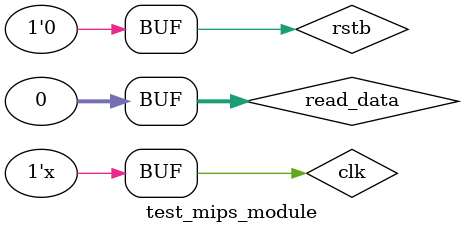
<source format=v>
`timescale 1ns / 1ps


module test_mips_module;

	// Inputs
	reg clk;
	reg rstb;
	reg [31:0] read_data;

	// Outputs
	wire [31:0] mem_wr_addr;
	wire [31:0] mem_rd_addr;
	wire mem_wr_ena;

	// Instantiate the Unit Under Test (UUT)
	mips_module uut (
		.clk(clk), 
		.rstb(rstb), 
		.read_data(read_data), 
		.mem_wr_addr(mem_wr_addr), 
		.mem_rd_addr(mem_rd_addr), 
		.mem_wr_ena(mem_wr_ena)
	);

	initial begin
		// Initialize Inputs
		clk = 0;
		rstb = 0;
		read_data = 0;

		// Wait 100 ns for global reset to finish
		#100;
        
		// Add stimulus here

	end
	
	always #50 clk = ~clk;
      
endmodule


</source>
